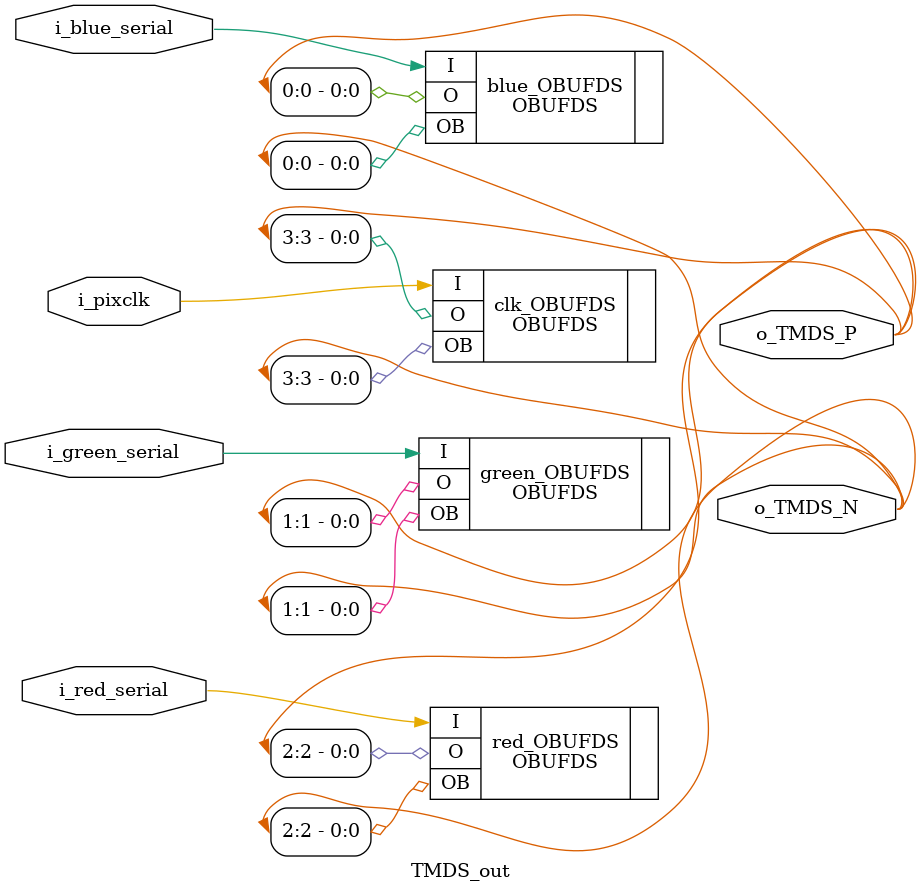
<source format=v>

module TMDS_out (
   input i_blue_serial,
   input i_green_serial,
   input i_red_serial,
   input i_pixclk,

   output [3:0] o_TMDS_P,
   output [3:0] o_TMDS_N,
);
   
   //TMDS channel 0 differential out (blue)
   OBUFDS #(
      .IOSTANDARD("DEFAULT"), // Specify the output I/O standard
      .SLEW("SLOW")           // Specify the output slew rate
   ) blue_OBUFDS (
      .O(o_TMDS_P[0]),     // Diff_p output (connect directly to top-level port)
      .OB(o_TMDS_N[0]),   // Diff_n output (connect directly to top-level port)
      .I(i_blue_serial)      // Buffer input
   );

   //TMDS channel 1 differential out (green)
    OBUFDS #(
      .IOSTANDARD("DEFAULT"), // Specify the output I/O standard
      .SLEW("SLOW")           // Specify the output slew rate
    ) green_OBUFDS (
      .O(o_TMDS_P[1]),     // Diff_p output (connect directly to top-level port)
      .OB(o_TMDS_N[1]),   // Diff_n output (connect directly to top-level port)
      .I(i_green_serial)      // Buffer input
   );

   //TMDS channel 2 differential out (red)
    OBUFDS #(
      .IOSTANDARD("DEFAULT"), // Specify the output I/O standard
      .SLEW("SLOW")           // Specify the output slew rate
    ) red_OBUFDS (
      .O(o_TMDS_P[2]),     // Diff_p output (connect directly to top-level port)
      .OB(o_TMDS_N[2]),   // Diff_n output (connect directly to top-level port)
      .I(i_red_serial)      // Buffer input
   );

   //TMDS channel C differential out (pixclk)
    OBUFDS #(
      .IOSTANDARD("DEFAULT"), // Specify the output I/O standard
      .SLEW("SLOW")           // Specify the output slew rate
    ) clk_OBUFDS (
      .O(o_TMDS_P[3]),     // Diff_p output (connect directly to top-level port)
      .OB(o_TMDS_N[3]),   // Diff_n output (connect directly to top-level port)
      .I(i_pixclk)      // Buffer input
   );


endmodule


</source>
